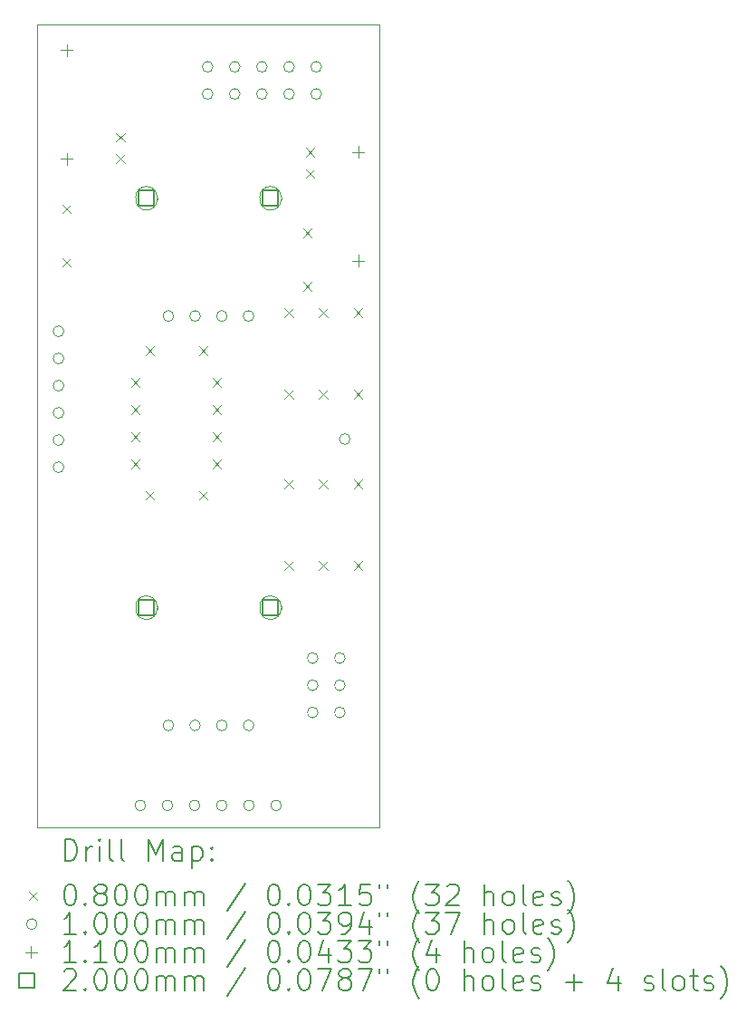
<source format=gbr>
%TF.GenerationSoftware,KiCad,Pcbnew,8.0.5*%
%TF.CreationDate,2024-12-03T23:35:57+01:00*%
%TF.ProjectId,DMH_Multiverter_PCB,444d485f-4d75-46c7-9469-766572746572,1*%
%TF.SameCoordinates,Original*%
%TF.FileFunction,Drillmap*%
%TF.FilePolarity,Positive*%
%FSLAX45Y45*%
G04 Gerber Fmt 4.5, Leading zero omitted, Abs format (unit mm)*
G04 Created by KiCad (PCBNEW 8.0.5) date 2024-12-03 23:35:57*
%MOMM*%
%LPD*%
G01*
G04 APERTURE LIST*
%ADD10C,0.050000*%
%ADD11C,0.200000*%
%ADD12C,0.100000*%
%ADD13C,0.110000*%
G04 APERTURE END LIST*
D10*
X6700000Y-4250000D02*
X9900000Y-4250000D01*
X9900000Y-11750000D01*
X6700000Y-11750000D01*
X6700000Y-4250000D01*
D11*
D12*
X6935000Y-5935000D02*
X7015000Y-6015000D01*
X7015000Y-5935000D02*
X6935000Y-6015000D01*
X6935000Y-6435000D02*
X7015000Y-6515000D01*
X7015000Y-6435000D02*
X6935000Y-6515000D01*
X7435000Y-5264489D02*
X7515000Y-5344489D01*
X7515000Y-5264489D02*
X7435000Y-5344489D01*
X7435000Y-5464489D02*
X7515000Y-5544489D01*
X7515000Y-5464489D02*
X7435000Y-5544489D01*
X7578000Y-7555000D02*
X7658000Y-7635000D01*
X7658000Y-7555000D02*
X7578000Y-7635000D01*
X7578000Y-7809000D02*
X7658000Y-7889000D01*
X7658000Y-7809000D02*
X7578000Y-7889000D01*
X7578000Y-8063000D02*
X7658000Y-8143000D01*
X7658000Y-8063000D02*
X7578000Y-8143000D01*
X7578000Y-8317000D02*
X7658000Y-8397000D01*
X7658000Y-8317000D02*
X7578000Y-8397000D01*
X7710000Y-7260000D02*
X7790000Y-7340000D01*
X7790000Y-7260000D02*
X7710000Y-7340000D01*
X7710000Y-8610000D02*
X7790000Y-8690000D01*
X7790000Y-8610000D02*
X7710000Y-8690000D01*
X8210000Y-7260000D02*
X8290000Y-7340000D01*
X8290000Y-7260000D02*
X8210000Y-7340000D01*
X8210000Y-8610000D02*
X8290000Y-8690000D01*
X8290000Y-8610000D02*
X8210000Y-8690000D01*
X8340000Y-7555000D02*
X8420000Y-7635000D01*
X8420000Y-7555000D02*
X8340000Y-7635000D01*
X8340000Y-7809000D02*
X8420000Y-7889000D01*
X8420000Y-7809000D02*
X8340000Y-7889000D01*
X8340000Y-8063000D02*
X8420000Y-8143000D01*
X8420000Y-8063000D02*
X8340000Y-8143000D01*
X8340000Y-8317000D02*
X8420000Y-8397000D01*
X8420000Y-8317000D02*
X8340000Y-8397000D01*
X9010000Y-6904000D02*
X9090000Y-6984000D01*
X9090000Y-6904000D02*
X9010000Y-6984000D01*
X9010000Y-7666000D02*
X9090000Y-7746000D01*
X9090000Y-7666000D02*
X9010000Y-7746000D01*
X9010000Y-8504000D02*
X9090000Y-8584000D01*
X9090000Y-8504000D02*
X9010000Y-8584000D01*
X9010000Y-9266000D02*
X9090000Y-9346000D01*
X9090000Y-9266000D02*
X9010000Y-9346000D01*
X9185000Y-6160000D02*
X9265000Y-6240000D01*
X9265000Y-6160000D02*
X9185000Y-6240000D01*
X9185000Y-6660000D02*
X9265000Y-6740000D01*
X9265000Y-6660000D02*
X9185000Y-6740000D01*
X9210000Y-5405511D02*
X9290000Y-5485511D01*
X9290000Y-5405511D02*
X9210000Y-5485511D01*
X9210000Y-5605511D02*
X9290000Y-5685511D01*
X9290000Y-5605511D02*
X9210000Y-5685511D01*
X9335000Y-6904000D02*
X9415000Y-6984000D01*
X9415000Y-6904000D02*
X9335000Y-6984000D01*
X9335000Y-7666000D02*
X9415000Y-7746000D01*
X9415000Y-7666000D02*
X9335000Y-7746000D01*
X9335000Y-8504000D02*
X9415000Y-8584000D01*
X9415000Y-8504000D02*
X9335000Y-8584000D01*
X9335000Y-9266000D02*
X9415000Y-9346000D01*
X9415000Y-9266000D02*
X9335000Y-9346000D01*
X9660000Y-6904000D02*
X9740000Y-6984000D01*
X9740000Y-6904000D02*
X9660000Y-6984000D01*
X9660000Y-7666000D02*
X9740000Y-7746000D01*
X9740000Y-7666000D02*
X9660000Y-7746000D01*
X9660000Y-8504000D02*
X9740000Y-8584000D01*
X9740000Y-8504000D02*
X9660000Y-8584000D01*
X9660000Y-9266000D02*
X9740000Y-9346000D01*
X9740000Y-9266000D02*
X9660000Y-9346000D01*
X6947500Y-7117500D02*
G75*
G02*
X6847500Y-7117500I-50000J0D01*
G01*
X6847500Y-7117500D02*
G75*
G02*
X6947500Y-7117500I50000J0D01*
G01*
X6947500Y-7371500D02*
G75*
G02*
X6847500Y-7371500I-50000J0D01*
G01*
X6847500Y-7371500D02*
G75*
G02*
X6947500Y-7371500I50000J0D01*
G01*
X6947500Y-7625500D02*
G75*
G02*
X6847500Y-7625500I-50000J0D01*
G01*
X6847500Y-7625500D02*
G75*
G02*
X6947500Y-7625500I50000J0D01*
G01*
X6947500Y-7879500D02*
G75*
G02*
X6847500Y-7879500I-50000J0D01*
G01*
X6847500Y-7879500D02*
G75*
G02*
X6947500Y-7879500I50000J0D01*
G01*
X6947500Y-8133500D02*
G75*
G02*
X6847500Y-8133500I-50000J0D01*
G01*
X6847500Y-8133500D02*
G75*
G02*
X6947500Y-8133500I50000J0D01*
G01*
X6947500Y-8387500D02*
G75*
G02*
X6847500Y-8387500I-50000J0D01*
G01*
X6847500Y-8387500D02*
G75*
G02*
X6947500Y-8387500I50000J0D01*
G01*
X7712500Y-11547500D02*
G75*
G02*
X7612500Y-11547500I-50000J0D01*
G01*
X7612500Y-11547500D02*
G75*
G02*
X7712500Y-11547500I50000J0D01*
G01*
X7966500Y-11547500D02*
G75*
G02*
X7866500Y-11547500I-50000J0D01*
G01*
X7866500Y-11547500D02*
G75*
G02*
X7966500Y-11547500I50000J0D01*
G01*
X7975000Y-6975000D02*
G75*
G02*
X7875000Y-6975000I-50000J0D01*
G01*
X7875000Y-6975000D02*
G75*
G02*
X7975000Y-6975000I50000J0D01*
G01*
X7975000Y-10800000D02*
G75*
G02*
X7875000Y-10800000I-50000J0D01*
G01*
X7875000Y-10800000D02*
G75*
G02*
X7975000Y-10800000I50000J0D01*
G01*
X8220500Y-11547500D02*
G75*
G02*
X8120500Y-11547500I-50000J0D01*
G01*
X8120500Y-11547500D02*
G75*
G02*
X8220500Y-11547500I50000J0D01*
G01*
X8225000Y-6975000D02*
G75*
G02*
X8125000Y-6975000I-50000J0D01*
G01*
X8125000Y-6975000D02*
G75*
G02*
X8225000Y-6975000I50000J0D01*
G01*
X8225000Y-10800000D02*
G75*
G02*
X8125000Y-10800000I-50000J0D01*
G01*
X8125000Y-10800000D02*
G75*
G02*
X8225000Y-10800000I50000J0D01*
G01*
X8342000Y-4646250D02*
G75*
G02*
X8242000Y-4646250I-50000J0D01*
G01*
X8242000Y-4646250D02*
G75*
G02*
X8342000Y-4646250I50000J0D01*
G01*
X8342000Y-4900250D02*
G75*
G02*
X8242000Y-4900250I-50000J0D01*
G01*
X8242000Y-4900250D02*
G75*
G02*
X8342000Y-4900250I50000J0D01*
G01*
X8474500Y-11547500D02*
G75*
G02*
X8374500Y-11547500I-50000J0D01*
G01*
X8374500Y-11547500D02*
G75*
G02*
X8474500Y-11547500I50000J0D01*
G01*
X8475000Y-6975000D02*
G75*
G02*
X8375000Y-6975000I-50000J0D01*
G01*
X8375000Y-6975000D02*
G75*
G02*
X8475000Y-6975000I50000J0D01*
G01*
X8475000Y-10800000D02*
G75*
G02*
X8375000Y-10800000I-50000J0D01*
G01*
X8375000Y-10800000D02*
G75*
G02*
X8475000Y-10800000I50000J0D01*
G01*
X8596000Y-4646250D02*
G75*
G02*
X8496000Y-4646250I-50000J0D01*
G01*
X8496000Y-4646250D02*
G75*
G02*
X8596000Y-4646250I50000J0D01*
G01*
X8596000Y-4900250D02*
G75*
G02*
X8496000Y-4900250I-50000J0D01*
G01*
X8496000Y-4900250D02*
G75*
G02*
X8596000Y-4900250I50000J0D01*
G01*
X8725000Y-6975000D02*
G75*
G02*
X8625000Y-6975000I-50000J0D01*
G01*
X8625000Y-6975000D02*
G75*
G02*
X8725000Y-6975000I50000J0D01*
G01*
X8725000Y-10800000D02*
G75*
G02*
X8625000Y-10800000I-50000J0D01*
G01*
X8625000Y-10800000D02*
G75*
G02*
X8725000Y-10800000I50000J0D01*
G01*
X8728500Y-11547500D02*
G75*
G02*
X8628500Y-11547500I-50000J0D01*
G01*
X8628500Y-11547500D02*
G75*
G02*
X8728500Y-11547500I50000J0D01*
G01*
X8850000Y-4646250D02*
G75*
G02*
X8750000Y-4646250I-50000J0D01*
G01*
X8750000Y-4646250D02*
G75*
G02*
X8850000Y-4646250I50000J0D01*
G01*
X8850000Y-4900250D02*
G75*
G02*
X8750000Y-4900250I-50000J0D01*
G01*
X8750000Y-4900250D02*
G75*
G02*
X8850000Y-4900250I50000J0D01*
G01*
X8982500Y-11547500D02*
G75*
G02*
X8882500Y-11547500I-50000J0D01*
G01*
X8882500Y-11547500D02*
G75*
G02*
X8982500Y-11547500I50000J0D01*
G01*
X9104000Y-4646250D02*
G75*
G02*
X9004000Y-4646250I-50000J0D01*
G01*
X9004000Y-4646250D02*
G75*
G02*
X9104000Y-4646250I50000J0D01*
G01*
X9104000Y-4900250D02*
G75*
G02*
X9004000Y-4900250I-50000J0D01*
G01*
X9004000Y-4900250D02*
G75*
G02*
X9104000Y-4900250I50000J0D01*
G01*
X9324750Y-10171000D02*
G75*
G02*
X9224750Y-10171000I-50000J0D01*
G01*
X9224750Y-10171000D02*
G75*
G02*
X9324750Y-10171000I50000J0D01*
G01*
X9324750Y-10425000D02*
G75*
G02*
X9224750Y-10425000I-50000J0D01*
G01*
X9224750Y-10425000D02*
G75*
G02*
X9324750Y-10425000I50000J0D01*
G01*
X9324750Y-10679000D02*
G75*
G02*
X9224750Y-10679000I-50000J0D01*
G01*
X9224750Y-10679000D02*
G75*
G02*
X9324750Y-10679000I50000J0D01*
G01*
X9358000Y-4646250D02*
G75*
G02*
X9258000Y-4646250I-50000J0D01*
G01*
X9258000Y-4646250D02*
G75*
G02*
X9358000Y-4646250I50000J0D01*
G01*
X9358000Y-4900250D02*
G75*
G02*
X9258000Y-4900250I-50000J0D01*
G01*
X9258000Y-4900250D02*
G75*
G02*
X9358000Y-4900250I50000J0D01*
G01*
X9578750Y-10171000D02*
G75*
G02*
X9478750Y-10171000I-50000J0D01*
G01*
X9478750Y-10171000D02*
G75*
G02*
X9578750Y-10171000I50000J0D01*
G01*
X9578750Y-10425000D02*
G75*
G02*
X9478750Y-10425000I-50000J0D01*
G01*
X9478750Y-10425000D02*
G75*
G02*
X9578750Y-10425000I50000J0D01*
G01*
X9578750Y-10679000D02*
G75*
G02*
X9478750Y-10679000I-50000J0D01*
G01*
X9478750Y-10679000D02*
G75*
G02*
X9578750Y-10679000I50000J0D01*
G01*
X9625000Y-8125000D02*
G75*
G02*
X9525000Y-8125000I-50000J0D01*
G01*
X9525000Y-8125000D02*
G75*
G02*
X9625000Y-8125000I50000J0D01*
G01*
D13*
X6975000Y-4437000D02*
X6975000Y-4547000D01*
X6920000Y-4492000D02*
X7030000Y-4492000D01*
X6975000Y-5453000D02*
X6975000Y-5563000D01*
X6920000Y-5508000D02*
X7030000Y-5508000D01*
X9700000Y-5387000D02*
X9700000Y-5497000D01*
X9645000Y-5442000D02*
X9755000Y-5442000D01*
X9700000Y-6403000D02*
X9700000Y-6513000D01*
X9645000Y-6458000D02*
X9755000Y-6458000D01*
D11*
X7790711Y-5945711D02*
X7790711Y-5804289D01*
X7649289Y-5804289D01*
X7649289Y-5945711D01*
X7790711Y-5945711D01*
D12*
X7620000Y-5865000D02*
X7620000Y-5885000D01*
X7820000Y-5885000D02*
G75*
G02*
X7620000Y-5885000I-100000J0D01*
G01*
X7820000Y-5885000D02*
X7820000Y-5865000D01*
X7820000Y-5865000D02*
G75*
G03*
X7620000Y-5865000I-100000J0D01*
G01*
D11*
X7790711Y-9770711D02*
X7790711Y-9629289D01*
X7649289Y-9629289D01*
X7649289Y-9770711D01*
X7790711Y-9770711D01*
D12*
X7620000Y-9690000D02*
X7620000Y-9710000D01*
X7820000Y-9710000D02*
G75*
G02*
X7620000Y-9710000I-100000J0D01*
G01*
X7820000Y-9710000D02*
X7820000Y-9690000D01*
X7820000Y-9690000D02*
G75*
G03*
X7620000Y-9690000I-100000J0D01*
G01*
D11*
X8950711Y-5945711D02*
X8950711Y-5804289D01*
X8809289Y-5804289D01*
X8809289Y-5945711D01*
X8950711Y-5945711D01*
D12*
X8780000Y-5865000D02*
X8780000Y-5885000D01*
X8980000Y-5885000D02*
G75*
G02*
X8780000Y-5885000I-100000J0D01*
G01*
X8980000Y-5885000D02*
X8980000Y-5865000D01*
X8980000Y-5865000D02*
G75*
G03*
X8780000Y-5865000I-100000J0D01*
G01*
D11*
X8950711Y-9770711D02*
X8950711Y-9629289D01*
X8809289Y-9629289D01*
X8809289Y-9770711D01*
X8950711Y-9770711D01*
D12*
X8780000Y-9690000D02*
X8780000Y-9710000D01*
X8980000Y-9710000D02*
G75*
G02*
X8780000Y-9710000I-100000J0D01*
G01*
X8980000Y-9710000D02*
X8980000Y-9690000D01*
X8980000Y-9690000D02*
G75*
G03*
X8780000Y-9690000I-100000J0D01*
G01*
D11*
X6958277Y-12063984D02*
X6958277Y-11863984D01*
X6958277Y-11863984D02*
X7005896Y-11863984D01*
X7005896Y-11863984D02*
X7034467Y-11873508D01*
X7034467Y-11873508D02*
X7053515Y-11892555D01*
X7053515Y-11892555D02*
X7063039Y-11911603D01*
X7063039Y-11911603D02*
X7072562Y-11949698D01*
X7072562Y-11949698D02*
X7072562Y-11978269D01*
X7072562Y-11978269D02*
X7063039Y-12016365D01*
X7063039Y-12016365D02*
X7053515Y-12035412D01*
X7053515Y-12035412D02*
X7034467Y-12054460D01*
X7034467Y-12054460D02*
X7005896Y-12063984D01*
X7005896Y-12063984D02*
X6958277Y-12063984D01*
X7158277Y-12063984D02*
X7158277Y-11930650D01*
X7158277Y-11968746D02*
X7167801Y-11949698D01*
X7167801Y-11949698D02*
X7177324Y-11940174D01*
X7177324Y-11940174D02*
X7196372Y-11930650D01*
X7196372Y-11930650D02*
X7215420Y-11930650D01*
X7282086Y-12063984D02*
X7282086Y-11930650D01*
X7282086Y-11863984D02*
X7272562Y-11873508D01*
X7272562Y-11873508D02*
X7282086Y-11883031D01*
X7282086Y-11883031D02*
X7291610Y-11873508D01*
X7291610Y-11873508D02*
X7282086Y-11863984D01*
X7282086Y-11863984D02*
X7282086Y-11883031D01*
X7405896Y-12063984D02*
X7386848Y-12054460D01*
X7386848Y-12054460D02*
X7377324Y-12035412D01*
X7377324Y-12035412D02*
X7377324Y-11863984D01*
X7510658Y-12063984D02*
X7491610Y-12054460D01*
X7491610Y-12054460D02*
X7482086Y-12035412D01*
X7482086Y-12035412D02*
X7482086Y-11863984D01*
X7739229Y-12063984D02*
X7739229Y-11863984D01*
X7739229Y-11863984D02*
X7805896Y-12006841D01*
X7805896Y-12006841D02*
X7872562Y-11863984D01*
X7872562Y-11863984D02*
X7872562Y-12063984D01*
X8053515Y-12063984D02*
X8053515Y-11959222D01*
X8053515Y-11959222D02*
X8043991Y-11940174D01*
X8043991Y-11940174D02*
X8024943Y-11930650D01*
X8024943Y-11930650D02*
X7986848Y-11930650D01*
X7986848Y-11930650D02*
X7967801Y-11940174D01*
X8053515Y-12054460D02*
X8034467Y-12063984D01*
X8034467Y-12063984D02*
X7986848Y-12063984D01*
X7986848Y-12063984D02*
X7967801Y-12054460D01*
X7967801Y-12054460D02*
X7958277Y-12035412D01*
X7958277Y-12035412D02*
X7958277Y-12016365D01*
X7958277Y-12016365D02*
X7967801Y-11997317D01*
X7967801Y-11997317D02*
X7986848Y-11987793D01*
X7986848Y-11987793D02*
X8034467Y-11987793D01*
X8034467Y-11987793D02*
X8053515Y-11978269D01*
X8148753Y-11930650D02*
X8148753Y-12130650D01*
X8148753Y-11940174D02*
X8167801Y-11930650D01*
X8167801Y-11930650D02*
X8205896Y-11930650D01*
X8205896Y-11930650D02*
X8224943Y-11940174D01*
X8224943Y-11940174D02*
X8234467Y-11949698D01*
X8234467Y-11949698D02*
X8243991Y-11968746D01*
X8243991Y-11968746D02*
X8243991Y-12025888D01*
X8243991Y-12025888D02*
X8234467Y-12044936D01*
X8234467Y-12044936D02*
X8224943Y-12054460D01*
X8224943Y-12054460D02*
X8205896Y-12063984D01*
X8205896Y-12063984D02*
X8167801Y-12063984D01*
X8167801Y-12063984D02*
X8148753Y-12054460D01*
X8329705Y-12044936D02*
X8339229Y-12054460D01*
X8339229Y-12054460D02*
X8329705Y-12063984D01*
X8329705Y-12063984D02*
X8320182Y-12054460D01*
X8320182Y-12054460D02*
X8329705Y-12044936D01*
X8329705Y-12044936D02*
X8329705Y-12063984D01*
X8329705Y-11940174D02*
X8339229Y-11949698D01*
X8339229Y-11949698D02*
X8329705Y-11959222D01*
X8329705Y-11959222D02*
X8320182Y-11949698D01*
X8320182Y-11949698D02*
X8329705Y-11940174D01*
X8329705Y-11940174D02*
X8329705Y-11959222D01*
D12*
X6617500Y-12352500D02*
X6697500Y-12432500D01*
X6697500Y-12352500D02*
X6617500Y-12432500D01*
D11*
X6996372Y-12283984D02*
X7015420Y-12283984D01*
X7015420Y-12283984D02*
X7034467Y-12293508D01*
X7034467Y-12293508D02*
X7043991Y-12303031D01*
X7043991Y-12303031D02*
X7053515Y-12322079D01*
X7053515Y-12322079D02*
X7063039Y-12360174D01*
X7063039Y-12360174D02*
X7063039Y-12407793D01*
X7063039Y-12407793D02*
X7053515Y-12445888D01*
X7053515Y-12445888D02*
X7043991Y-12464936D01*
X7043991Y-12464936D02*
X7034467Y-12474460D01*
X7034467Y-12474460D02*
X7015420Y-12483984D01*
X7015420Y-12483984D02*
X6996372Y-12483984D01*
X6996372Y-12483984D02*
X6977324Y-12474460D01*
X6977324Y-12474460D02*
X6967801Y-12464936D01*
X6967801Y-12464936D02*
X6958277Y-12445888D01*
X6958277Y-12445888D02*
X6948753Y-12407793D01*
X6948753Y-12407793D02*
X6948753Y-12360174D01*
X6948753Y-12360174D02*
X6958277Y-12322079D01*
X6958277Y-12322079D02*
X6967801Y-12303031D01*
X6967801Y-12303031D02*
X6977324Y-12293508D01*
X6977324Y-12293508D02*
X6996372Y-12283984D01*
X7148753Y-12464936D02*
X7158277Y-12474460D01*
X7158277Y-12474460D02*
X7148753Y-12483984D01*
X7148753Y-12483984D02*
X7139229Y-12474460D01*
X7139229Y-12474460D02*
X7148753Y-12464936D01*
X7148753Y-12464936D02*
X7148753Y-12483984D01*
X7272562Y-12369698D02*
X7253515Y-12360174D01*
X7253515Y-12360174D02*
X7243991Y-12350650D01*
X7243991Y-12350650D02*
X7234467Y-12331603D01*
X7234467Y-12331603D02*
X7234467Y-12322079D01*
X7234467Y-12322079D02*
X7243991Y-12303031D01*
X7243991Y-12303031D02*
X7253515Y-12293508D01*
X7253515Y-12293508D02*
X7272562Y-12283984D01*
X7272562Y-12283984D02*
X7310658Y-12283984D01*
X7310658Y-12283984D02*
X7329705Y-12293508D01*
X7329705Y-12293508D02*
X7339229Y-12303031D01*
X7339229Y-12303031D02*
X7348753Y-12322079D01*
X7348753Y-12322079D02*
X7348753Y-12331603D01*
X7348753Y-12331603D02*
X7339229Y-12350650D01*
X7339229Y-12350650D02*
X7329705Y-12360174D01*
X7329705Y-12360174D02*
X7310658Y-12369698D01*
X7310658Y-12369698D02*
X7272562Y-12369698D01*
X7272562Y-12369698D02*
X7253515Y-12379222D01*
X7253515Y-12379222D02*
X7243991Y-12388746D01*
X7243991Y-12388746D02*
X7234467Y-12407793D01*
X7234467Y-12407793D02*
X7234467Y-12445888D01*
X7234467Y-12445888D02*
X7243991Y-12464936D01*
X7243991Y-12464936D02*
X7253515Y-12474460D01*
X7253515Y-12474460D02*
X7272562Y-12483984D01*
X7272562Y-12483984D02*
X7310658Y-12483984D01*
X7310658Y-12483984D02*
X7329705Y-12474460D01*
X7329705Y-12474460D02*
X7339229Y-12464936D01*
X7339229Y-12464936D02*
X7348753Y-12445888D01*
X7348753Y-12445888D02*
X7348753Y-12407793D01*
X7348753Y-12407793D02*
X7339229Y-12388746D01*
X7339229Y-12388746D02*
X7329705Y-12379222D01*
X7329705Y-12379222D02*
X7310658Y-12369698D01*
X7472562Y-12283984D02*
X7491610Y-12283984D01*
X7491610Y-12283984D02*
X7510658Y-12293508D01*
X7510658Y-12293508D02*
X7520182Y-12303031D01*
X7520182Y-12303031D02*
X7529705Y-12322079D01*
X7529705Y-12322079D02*
X7539229Y-12360174D01*
X7539229Y-12360174D02*
X7539229Y-12407793D01*
X7539229Y-12407793D02*
X7529705Y-12445888D01*
X7529705Y-12445888D02*
X7520182Y-12464936D01*
X7520182Y-12464936D02*
X7510658Y-12474460D01*
X7510658Y-12474460D02*
X7491610Y-12483984D01*
X7491610Y-12483984D02*
X7472562Y-12483984D01*
X7472562Y-12483984D02*
X7453515Y-12474460D01*
X7453515Y-12474460D02*
X7443991Y-12464936D01*
X7443991Y-12464936D02*
X7434467Y-12445888D01*
X7434467Y-12445888D02*
X7424943Y-12407793D01*
X7424943Y-12407793D02*
X7424943Y-12360174D01*
X7424943Y-12360174D02*
X7434467Y-12322079D01*
X7434467Y-12322079D02*
X7443991Y-12303031D01*
X7443991Y-12303031D02*
X7453515Y-12293508D01*
X7453515Y-12293508D02*
X7472562Y-12283984D01*
X7663039Y-12283984D02*
X7682086Y-12283984D01*
X7682086Y-12283984D02*
X7701134Y-12293508D01*
X7701134Y-12293508D02*
X7710658Y-12303031D01*
X7710658Y-12303031D02*
X7720182Y-12322079D01*
X7720182Y-12322079D02*
X7729705Y-12360174D01*
X7729705Y-12360174D02*
X7729705Y-12407793D01*
X7729705Y-12407793D02*
X7720182Y-12445888D01*
X7720182Y-12445888D02*
X7710658Y-12464936D01*
X7710658Y-12464936D02*
X7701134Y-12474460D01*
X7701134Y-12474460D02*
X7682086Y-12483984D01*
X7682086Y-12483984D02*
X7663039Y-12483984D01*
X7663039Y-12483984D02*
X7643991Y-12474460D01*
X7643991Y-12474460D02*
X7634467Y-12464936D01*
X7634467Y-12464936D02*
X7624943Y-12445888D01*
X7624943Y-12445888D02*
X7615420Y-12407793D01*
X7615420Y-12407793D02*
X7615420Y-12360174D01*
X7615420Y-12360174D02*
X7624943Y-12322079D01*
X7624943Y-12322079D02*
X7634467Y-12303031D01*
X7634467Y-12303031D02*
X7643991Y-12293508D01*
X7643991Y-12293508D02*
X7663039Y-12283984D01*
X7815420Y-12483984D02*
X7815420Y-12350650D01*
X7815420Y-12369698D02*
X7824943Y-12360174D01*
X7824943Y-12360174D02*
X7843991Y-12350650D01*
X7843991Y-12350650D02*
X7872563Y-12350650D01*
X7872563Y-12350650D02*
X7891610Y-12360174D01*
X7891610Y-12360174D02*
X7901134Y-12379222D01*
X7901134Y-12379222D02*
X7901134Y-12483984D01*
X7901134Y-12379222D02*
X7910658Y-12360174D01*
X7910658Y-12360174D02*
X7929705Y-12350650D01*
X7929705Y-12350650D02*
X7958277Y-12350650D01*
X7958277Y-12350650D02*
X7977324Y-12360174D01*
X7977324Y-12360174D02*
X7986848Y-12379222D01*
X7986848Y-12379222D02*
X7986848Y-12483984D01*
X8082086Y-12483984D02*
X8082086Y-12350650D01*
X8082086Y-12369698D02*
X8091610Y-12360174D01*
X8091610Y-12360174D02*
X8110658Y-12350650D01*
X8110658Y-12350650D02*
X8139229Y-12350650D01*
X8139229Y-12350650D02*
X8158277Y-12360174D01*
X8158277Y-12360174D02*
X8167801Y-12379222D01*
X8167801Y-12379222D02*
X8167801Y-12483984D01*
X8167801Y-12379222D02*
X8177324Y-12360174D01*
X8177324Y-12360174D02*
X8196372Y-12350650D01*
X8196372Y-12350650D02*
X8224943Y-12350650D01*
X8224943Y-12350650D02*
X8243991Y-12360174D01*
X8243991Y-12360174D02*
X8253515Y-12379222D01*
X8253515Y-12379222D02*
X8253515Y-12483984D01*
X8643991Y-12274460D02*
X8472563Y-12531603D01*
X8901134Y-12283984D02*
X8920182Y-12283984D01*
X8920182Y-12283984D02*
X8939229Y-12293508D01*
X8939229Y-12293508D02*
X8948753Y-12303031D01*
X8948753Y-12303031D02*
X8958277Y-12322079D01*
X8958277Y-12322079D02*
X8967801Y-12360174D01*
X8967801Y-12360174D02*
X8967801Y-12407793D01*
X8967801Y-12407793D02*
X8958277Y-12445888D01*
X8958277Y-12445888D02*
X8948753Y-12464936D01*
X8948753Y-12464936D02*
X8939229Y-12474460D01*
X8939229Y-12474460D02*
X8920182Y-12483984D01*
X8920182Y-12483984D02*
X8901134Y-12483984D01*
X8901134Y-12483984D02*
X8882087Y-12474460D01*
X8882087Y-12474460D02*
X8872563Y-12464936D01*
X8872563Y-12464936D02*
X8863039Y-12445888D01*
X8863039Y-12445888D02*
X8853515Y-12407793D01*
X8853515Y-12407793D02*
X8853515Y-12360174D01*
X8853515Y-12360174D02*
X8863039Y-12322079D01*
X8863039Y-12322079D02*
X8872563Y-12303031D01*
X8872563Y-12303031D02*
X8882087Y-12293508D01*
X8882087Y-12293508D02*
X8901134Y-12283984D01*
X9053515Y-12464936D02*
X9063039Y-12474460D01*
X9063039Y-12474460D02*
X9053515Y-12483984D01*
X9053515Y-12483984D02*
X9043991Y-12474460D01*
X9043991Y-12474460D02*
X9053515Y-12464936D01*
X9053515Y-12464936D02*
X9053515Y-12483984D01*
X9186848Y-12283984D02*
X9205896Y-12283984D01*
X9205896Y-12283984D02*
X9224944Y-12293508D01*
X9224944Y-12293508D02*
X9234468Y-12303031D01*
X9234468Y-12303031D02*
X9243991Y-12322079D01*
X9243991Y-12322079D02*
X9253515Y-12360174D01*
X9253515Y-12360174D02*
X9253515Y-12407793D01*
X9253515Y-12407793D02*
X9243991Y-12445888D01*
X9243991Y-12445888D02*
X9234468Y-12464936D01*
X9234468Y-12464936D02*
X9224944Y-12474460D01*
X9224944Y-12474460D02*
X9205896Y-12483984D01*
X9205896Y-12483984D02*
X9186848Y-12483984D01*
X9186848Y-12483984D02*
X9167801Y-12474460D01*
X9167801Y-12474460D02*
X9158277Y-12464936D01*
X9158277Y-12464936D02*
X9148753Y-12445888D01*
X9148753Y-12445888D02*
X9139229Y-12407793D01*
X9139229Y-12407793D02*
X9139229Y-12360174D01*
X9139229Y-12360174D02*
X9148753Y-12322079D01*
X9148753Y-12322079D02*
X9158277Y-12303031D01*
X9158277Y-12303031D02*
X9167801Y-12293508D01*
X9167801Y-12293508D02*
X9186848Y-12283984D01*
X9320182Y-12283984D02*
X9443991Y-12283984D01*
X9443991Y-12283984D02*
X9377325Y-12360174D01*
X9377325Y-12360174D02*
X9405896Y-12360174D01*
X9405896Y-12360174D02*
X9424944Y-12369698D01*
X9424944Y-12369698D02*
X9434468Y-12379222D01*
X9434468Y-12379222D02*
X9443991Y-12398269D01*
X9443991Y-12398269D02*
X9443991Y-12445888D01*
X9443991Y-12445888D02*
X9434468Y-12464936D01*
X9434468Y-12464936D02*
X9424944Y-12474460D01*
X9424944Y-12474460D02*
X9405896Y-12483984D01*
X9405896Y-12483984D02*
X9348753Y-12483984D01*
X9348753Y-12483984D02*
X9329706Y-12474460D01*
X9329706Y-12474460D02*
X9320182Y-12464936D01*
X9634468Y-12483984D02*
X9520182Y-12483984D01*
X9577325Y-12483984D02*
X9577325Y-12283984D01*
X9577325Y-12283984D02*
X9558277Y-12312555D01*
X9558277Y-12312555D02*
X9539229Y-12331603D01*
X9539229Y-12331603D02*
X9520182Y-12341127D01*
X9815420Y-12283984D02*
X9720182Y-12283984D01*
X9720182Y-12283984D02*
X9710658Y-12379222D01*
X9710658Y-12379222D02*
X9720182Y-12369698D01*
X9720182Y-12369698D02*
X9739229Y-12360174D01*
X9739229Y-12360174D02*
X9786849Y-12360174D01*
X9786849Y-12360174D02*
X9805896Y-12369698D01*
X9805896Y-12369698D02*
X9815420Y-12379222D01*
X9815420Y-12379222D02*
X9824944Y-12398269D01*
X9824944Y-12398269D02*
X9824944Y-12445888D01*
X9824944Y-12445888D02*
X9815420Y-12464936D01*
X9815420Y-12464936D02*
X9805896Y-12474460D01*
X9805896Y-12474460D02*
X9786849Y-12483984D01*
X9786849Y-12483984D02*
X9739229Y-12483984D01*
X9739229Y-12483984D02*
X9720182Y-12474460D01*
X9720182Y-12474460D02*
X9710658Y-12464936D01*
X9901134Y-12283984D02*
X9901134Y-12322079D01*
X9977325Y-12283984D02*
X9977325Y-12322079D01*
X10272563Y-12560174D02*
X10263039Y-12550650D01*
X10263039Y-12550650D02*
X10243991Y-12522079D01*
X10243991Y-12522079D02*
X10234468Y-12503031D01*
X10234468Y-12503031D02*
X10224944Y-12474460D01*
X10224944Y-12474460D02*
X10215420Y-12426841D01*
X10215420Y-12426841D02*
X10215420Y-12388746D01*
X10215420Y-12388746D02*
X10224944Y-12341127D01*
X10224944Y-12341127D02*
X10234468Y-12312555D01*
X10234468Y-12312555D02*
X10243991Y-12293508D01*
X10243991Y-12293508D02*
X10263039Y-12264936D01*
X10263039Y-12264936D02*
X10272563Y-12255412D01*
X10329706Y-12283984D02*
X10453515Y-12283984D01*
X10453515Y-12283984D02*
X10386849Y-12360174D01*
X10386849Y-12360174D02*
X10415420Y-12360174D01*
X10415420Y-12360174D02*
X10434468Y-12369698D01*
X10434468Y-12369698D02*
X10443991Y-12379222D01*
X10443991Y-12379222D02*
X10453515Y-12398269D01*
X10453515Y-12398269D02*
X10453515Y-12445888D01*
X10453515Y-12445888D02*
X10443991Y-12464936D01*
X10443991Y-12464936D02*
X10434468Y-12474460D01*
X10434468Y-12474460D02*
X10415420Y-12483984D01*
X10415420Y-12483984D02*
X10358277Y-12483984D01*
X10358277Y-12483984D02*
X10339230Y-12474460D01*
X10339230Y-12474460D02*
X10329706Y-12464936D01*
X10529706Y-12303031D02*
X10539230Y-12293508D01*
X10539230Y-12293508D02*
X10558277Y-12283984D01*
X10558277Y-12283984D02*
X10605896Y-12283984D01*
X10605896Y-12283984D02*
X10624944Y-12293508D01*
X10624944Y-12293508D02*
X10634468Y-12303031D01*
X10634468Y-12303031D02*
X10643991Y-12322079D01*
X10643991Y-12322079D02*
X10643991Y-12341127D01*
X10643991Y-12341127D02*
X10634468Y-12369698D01*
X10634468Y-12369698D02*
X10520182Y-12483984D01*
X10520182Y-12483984D02*
X10643991Y-12483984D01*
X10882087Y-12483984D02*
X10882087Y-12283984D01*
X10967801Y-12483984D02*
X10967801Y-12379222D01*
X10967801Y-12379222D02*
X10958277Y-12360174D01*
X10958277Y-12360174D02*
X10939230Y-12350650D01*
X10939230Y-12350650D02*
X10910658Y-12350650D01*
X10910658Y-12350650D02*
X10891611Y-12360174D01*
X10891611Y-12360174D02*
X10882087Y-12369698D01*
X11091611Y-12483984D02*
X11072563Y-12474460D01*
X11072563Y-12474460D02*
X11063039Y-12464936D01*
X11063039Y-12464936D02*
X11053515Y-12445888D01*
X11053515Y-12445888D02*
X11053515Y-12388746D01*
X11053515Y-12388746D02*
X11063039Y-12369698D01*
X11063039Y-12369698D02*
X11072563Y-12360174D01*
X11072563Y-12360174D02*
X11091611Y-12350650D01*
X11091611Y-12350650D02*
X11120182Y-12350650D01*
X11120182Y-12350650D02*
X11139230Y-12360174D01*
X11139230Y-12360174D02*
X11148753Y-12369698D01*
X11148753Y-12369698D02*
X11158277Y-12388746D01*
X11158277Y-12388746D02*
X11158277Y-12445888D01*
X11158277Y-12445888D02*
X11148753Y-12464936D01*
X11148753Y-12464936D02*
X11139230Y-12474460D01*
X11139230Y-12474460D02*
X11120182Y-12483984D01*
X11120182Y-12483984D02*
X11091611Y-12483984D01*
X11272563Y-12483984D02*
X11253515Y-12474460D01*
X11253515Y-12474460D02*
X11243991Y-12455412D01*
X11243991Y-12455412D02*
X11243991Y-12283984D01*
X11424944Y-12474460D02*
X11405896Y-12483984D01*
X11405896Y-12483984D02*
X11367801Y-12483984D01*
X11367801Y-12483984D02*
X11348753Y-12474460D01*
X11348753Y-12474460D02*
X11339230Y-12455412D01*
X11339230Y-12455412D02*
X11339230Y-12379222D01*
X11339230Y-12379222D02*
X11348753Y-12360174D01*
X11348753Y-12360174D02*
X11367801Y-12350650D01*
X11367801Y-12350650D02*
X11405896Y-12350650D01*
X11405896Y-12350650D02*
X11424944Y-12360174D01*
X11424944Y-12360174D02*
X11434468Y-12379222D01*
X11434468Y-12379222D02*
X11434468Y-12398269D01*
X11434468Y-12398269D02*
X11339230Y-12417317D01*
X11510658Y-12474460D02*
X11529706Y-12483984D01*
X11529706Y-12483984D02*
X11567801Y-12483984D01*
X11567801Y-12483984D02*
X11586849Y-12474460D01*
X11586849Y-12474460D02*
X11596372Y-12455412D01*
X11596372Y-12455412D02*
X11596372Y-12445888D01*
X11596372Y-12445888D02*
X11586849Y-12426841D01*
X11586849Y-12426841D02*
X11567801Y-12417317D01*
X11567801Y-12417317D02*
X11539230Y-12417317D01*
X11539230Y-12417317D02*
X11520182Y-12407793D01*
X11520182Y-12407793D02*
X11510658Y-12388746D01*
X11510658Y-12388746D02*
X11510658Y-12379222D01*
X11510658Y-12379222D02*
X11520182Y-12360174D01*
X11520182Y-12360174D02*
X11539230Y-12350650D01*
X11539230Y-12350650D02*
X11567801Y-12350650D01*
X11567801Y-12350650D02*
X11586849Y-12360174D01*
X11663039Y-12560174D02*
X11672563Y-12550650D01*
X11672563Y-12550650D02*
X11691611Y-12522079D01*
X11691611Y-12522079D02*
X11701134Y-12503031D01*
X11701134Y-12503031D02*
X11710658Y-12474460D01*
X11710658Y-12474460D02*
X11720182Y-12426841D01*
X11720182Y-12426841D02*
X11720182Y-12388746D01*
X11720182Y-12388746D02*
X11710658Y-12341127D01*
X11710658Y-12341127D02*
X11701134Y-12312555D01*
X11701134Y-12312555D02*
X11691611Y-12293508D01*
X11691611Y-12293508D02*
X11672563Y-12264936D01*
X11672563Y-12264936D02*
X11663039Y-12255412D01*
D12*
X6697500Y-12656500D02*
G75*
G02*
X6597500Y-12656500I-50000J0D01*
G01*
X6597500Y-12656500D02*
G75*
G02*
X6697500Y-12656500I50000J0D01*
G01*
D11*
X7063039Y-12747984D02*
X6948753Y-12747984D01*
X7005896Y-12747984D02*
X7005896Y-12547984D01*
X7005896Y-12547984D02*
X6986848Y-12576555D01*
X6986848Y-12576555D02*
X6967801Y-12595603D01*
X6967801Y-12595603D02*
X6948753Y-12605127D01*
X7148753Y-12728936D02*
X7158277Y-12738460D01*
X7158277Y-12738460D02*
X7148753Y-12747984D01*
X7148753Y-12747984D02*
X7139229Y-12738460D01*
X7139229Y-12738460D02*
X7148753Y-12728936D01*
X7148753Y-12728936D02*
X7148753Y-12747984D01*
X7282086Y-12547984D02*
X7301134Y-12547984D01*
X7301134Y-12547984D02*
X7320182Y-12557508D01*
X7320182Y-12557508D02*
X7329705Y-12567031D01*
X7329705Y-12567031D02*
X7339229Y-12586079D01*
X7339229Y-12586079D02*
X7348753Y-12624174D01*
X7348753Y-12624174D02*
X7348753Y-12671793D01*
X7348753Y-12671793D02*
X7339229Y-12709888D01*
X7339229Y-12709888D02*
X7329705Y-12728936D01*
X7329705Y-12728936D02*
X7320182Y-12738460D01*
X7320182Y-12738460D02*
X7301134Y-12747984D01*
X7301134Y-12747984D02*
X7282086Y-12747984D01*
X7282086Y-12747984D02*
X7263039Y-12738460D01*
X7263039Y-12738460D02*
X7253515Y-12728936D01*
X7253515Y-12728936D02*
X7243991Y-12709888D01*
X7243991Y-12709888D02*
X7234467Y-12671793D01*
X7234467Y-12671793D02*
X7234467Y-12624174D01*
X7234467Y-12624174D02*
X7243991Y-12586079D01*
X7243991Y-12586079D02*
X7253515Y-12567031D01*
X7253515Y-12567031D02*
X7263039Y-12557508D01*
X7263039Y-12557508D02*
X7282086Y-12547984D01*
X7472562Y-12547984D02*
X7491610Y-12547984D01*
X7491610Y-12547984D02*
X7510658Y-12557508D01*
X7510658Y-12557508D02*
X7520182Y-12567031D01*
X7520182Y-12567031D02*
X7529705Y-12586079D01*
X7529705Y-12586079D02*
X7539229Y-12624174D01*
X7539229Y-12624174D02*
X7539229Y-12671793D01*
X7539229Y-12671793D02*
X7529705Y-12709888D01*
X7529705Y-12709888D02*
X7520182Y-12728936D01*
X7520182Y-12728936D02*
X7510658Y-12738460D01*
X7510658Y-12738460D02*
X7491610Y-12747984D01*
X7491610Y-12747984D02*
X7472562Y-12747984D01*
X7472562Y-12747984D02*
X7453515Y-12738460D01*
X7453515Y-12738460D02*
X7443991Y-12728936D01*
X7443991Y-12728936D02*
X7434467Y-12709888D01*
X7434467Y-12709888D02*
X7424943Y-12671793D01*
X7424943Y-12671793D02*
X7424943Y-12624174D01*
X7424943Y-12624174D02*
X7434467Y-12586079D01*
X7434467Y-12586079D02*
X7443991Y-12567031D01*
X7443991Y-12567031D02*
X7453515Y-12557508D01*
X7453515Y-12557508D02*
X7472562Y-12547984D01*
X7663039Y-12547984D02*
X7682086Y-12547984D01*
X7682086Y-12547984D02*
X7701134Y-12557508D01*
X7701134Y-12557508D02*
X7710658Y-12567031D01*
X7710658Y-12567031D02*
X7720182Y-12586079D01*
X7720182Y-12586079D02*
X7729705Y-12624174D01*
X7729705Y-12624174D02*
X7729705Y-12671793D01*
X7729705Y-12671793D02*
X7720182Y-12709888D01*
X7720182Y-12709888D02*
X7710658Y-12728936D01*
X7710658Y-12728936D02*
X7701134Y-12738460D01*
X7701134Y-12738460D02*
X7682086Y-12747984D01*
X7682086Y-12747984D02*
X7663039Y-12747984D01*
X7663039Y-12747984D02*
X7643991Y-12738460D01*
X7643991Y-12738460D02*
X7634467Y-12728936D01*
X7634467Y-12728936D02*
X7624943Y-12709888D01*
X7624943Y-12709888D02*
X7615420Y-12671793D01*
X7615420Y-12671793D02*
X7615420Y-12624174D01*
X7615420Y-12624174D02*
X7624943Y-12586079D01*
X7624943Y-12586079D02*
X7634467Y-12567031D01*
X7634467Y-12567031D02*
X7643991Y-12557508D01*
X7643991Y-12557508D02*
X7663039Y-12547984D01*
X7815420Y-12747984D02*
X7815420Y-12614650D01*
X7815420Y-12633698D02*
X7824943Y-12624174D01*
X7824943Y-12624174D02*
X7843991Y-12614650D01*
X7843991Y-12614650D02*
X7872563Y-12614650D01*
X7872563Y-12614650D02*
X7891610Y-12624174D01*
X7891610Y-12624174D02*
X7901134Y-12643222D01*
X7901134Y-12643222D02*
X7901134Y-12747984D01*
X7901134Y-12643222D02*
X7910658Y-12624174D01*
X7910658Y-12624174D02*
X7929705Y-12614650D01*
X7929705Y-12614650D02*
X7958277Y-12614650D01*
X7958277Y-12614650D02*
X7977324Y-12624174D01*
X7977324Y-12624174D02*
X7986848Y-12643222D01*
X7986848Y-12643222D02*
X7986848Y-12747984D01*
X8082086Y-12747984D02*
X8082086Y-12614650D01*
X8082086Y-12633698D02*
X8091610Y-12624174D01*
X8091610Y-12624174D02*
X8110658Y-12614650D01*
X8110658Y-12614650D02*
X8139229Y-12614650D01*
X8139229Y-12614650D02*
X8158277Y-12624174D01*
X8158277Y-12624174D02*
X8167801Y-12643222D01*
X8167801Y-12643222D02*
X8167801Y-12747984D01*
X8167801Y-12643222D02*
X8177324Y-12624174D01*
X8177324Y-12624174D02*
X8196372Y-12614650D01*
X8196372Y-12614650D02*
X8224943Y-12614650D01*
X8224943Y-12614650D02*
X8243991Y-12624174D01*
X8243991Y-12624174D02*
X8253515Y-12643222D01*
X8253515Y-12643222D02*
X8253515Y-12747984D01*
X8643991Y-12538460D02*
X8472563Y-12795603D01*
X8901134Y-12547984D02*
X8920182Y-12547984D01*
X8920182Y-12547984D02*
X8939229Y-12557508D01*
X8939229Y-12557508D02*
X8948753Y-12567031D01*
X8948753Y-12567031D02*
X8958277Y-12586079D01*
X8958277Y-12586079D02*
X8967801Y-12624174D01*
X8967801Y-12624174D02*
X8967801Y-12671793D01*
X8967801Y-12671793D02*
X8958277Y-12709888D01*
X8958277Y-12709888D02*
X8948753Y-12728936D01*
X8948753Y-12728936D02*
X8939229Y-12738460D01*
X8939229Y-12738460D02*
X8920182Y-12747984D01*
X8920182Y-12747984D02*
X8901134Y-12747984D01*
X8901134Y-12747984D02*
X8882087Y-12738460D01*
X8882087Y-12738460D02*
X8872563Y-12728936D01*
X8872563Y-12728936D02*
X8863039Y-12709888D01*
X8863039Y-12709888D02*
X8853515Y-12671793D01*
X8853515Y-12671793D02*
X8853515Y-12624174D01*
X8853515Y-12624174D02*
X8863039Y-12586079D01*
X8863039Y-12586079D02*
X8872563Y-12567031D01*
X8872563Y-12567031D02*
X8882087Y-12557508D01*
X8882087Y-12557508D02*
X8901134Y-12547984D01*
X9053515Y-12728936D02*
X9063039Y-12738460D01*
X9063039Y-12738460D02*
X9053515Y-12747984D01*
X9053515Y-12747984D02*
X9043991Y-12738460D01*
X9043991Y-12738460D02*
X9053515Y-12728936D01*
X9053515Y-12728936D02*
X9053515Y-12747984D01*
X9186848Y-12547984D02*
X9205896Y-12547984D01*
X9205896Y-12547984D02*
X9224944Y-12557508D01*
X9224944Y-12557508D02*
X9234468Y-12567031D01*
X9234468Y-12567031D02*
X9243991Y-12586079D01*
X9243991Y-12586079D02*
X9253515Y-12624174D01*
X9253515Y-12624174D02*
X9253515Y-12671793D01*
X9253515Y-12671793D02*
X9243991Y-12709888D01*
X9243991Y-12709888D02*
X9234468Y-12728936D01*
X9234468Y-12728936D02*
X9224944Y-12738460D01*
X9224944Y-12738460D02*
X9205896Y-12747984D01*
X9205896Y-12747984D02*
X9186848Y-12747984D01*
X9186848Y-12747984D02*
X9167801Y-12738460D01*
X9167801Y-12738460D02*
X9158277Y-12728936D01*
X9158277Y-12728936D02*
X9148753Y-12709888D01*
X9148753Y-12709888D02*
X9139229Y-12671793D01*
X9139229Y-12671793D02*
X9139229Y-12624174D01*
X9139229Y-12624174D02*
X9148753Y-12586079D01*
X9148753Y-12586079D02*
X9158277Y-12567031D01*
X9158277Y-12567031D02*
X9167801Y-12557508D01*
X9167801Y-12557508D02*
X9186848Y-12547984D01*
X9320182Y-12547984D02*
X9443991Y-12547984D01*
X9443991Y-12547984D02*
X9377325Y-12624174D01*
X9377325Y-12624174D02*
X9405896Y-12624174D01*
X9405896Y-12624174D02*
X9424944Y-12633698D01*
X9424944Y-12633698D02*
X9434468Y-12643222D01*
X9434468Y-12643222D02*
X9443991Y-12662269D01*
X9443991Y-12662269D02*
X9443991Y-12709888D01*
X9443991Y-12709888D02*
X9434468Y-12728936D01*
X9434468Y-12728936D02*
X9424944Y-12738460D01*
X9424944Y-12738460D02*
X9405896Y-12747984D01*
X9405896Y-12747984D02*
X9348753Y-12747984D01*
X9348753Y-12747984D02*
X9329706Y-12738460D01*
X9329706Y-12738460D02*
X9320182Y-12728936D01*
X9539229Y-12747984D02*
X9577325Y-12747984D01*
X9577325Y-12747984D02*
X9596372Y-12738460D01*
X9596372Y-12738460D02*
X9605896Y-12728936D01*
X9605896Y-12728936D02*
X9624944Y-12700365D01*
X9624944Y-12700365D02*
X9634468Y-12662269D01*
X9634468Y-12662269D02*
X9634468Y-12586079D01*
X9634468Y-12586079D02*
X9624944Y-12567031D01*
X9624944Y-12567031D02*
X9615420Y-12557508D01*
X9615420Y-12557508D02*
X9596372Y-12547984D01*
X9596372Y-12547984D02*
X9558277Y-12547984D01*
X9558277Y-12547984D02*
X9539229Y-12557508D01*
X9539229Y-12557508D02*
X9529706Y-12567031D01*
X9529706Y-12567031D02*
X9520182Y-12586079D01*
X9520182Y-12586079D02*
X9520182Y-12633698D01*
X9520182Y-12633698D02*
X9529706Y-12652746D01*
X9529706Y-12652746D02*
X9539229Y-12662269D01*
X9539229Y-12662269D02*
X9558277Y-12671793D01*
X9558277Y-12671793D02*
X9596372Y-12671793D01*
X9596372Y-12671793D02*
X9615420Y-12662269D01*
X9615420Y-12662269D02*
X9624944Y-12652746D01*
X9624944Y-12652746D02*
X9634468Y-12633698D01*
X9805896Y-12614650D02*
X9805896Y-12747984D01*
X9758277Y-12538460D02*
X9710658Y-12681317D01*
X9710658Y-12681317D02*
X9834468Y-12681317D01*
X9901134Y-12547984D02*
X9901134Y-12586079D01*
X9977325Y-12547984D02*
X9977325Y-12586079D01*
X10272563Y-12824174D02*
X10263039Y-12814650D01*
X10263039Y-12814650D02*
X10243991Y-12786079D01*
X10243991Y-12786079D02*
X10234468Y-12767031D01*
X10234468Y-12767031D02*
X10224944Y-12738460D01*
X10224944Y-12738460D02*
X10215420Y-12690841D01*
X10215420Y-12690841D02*
X10215420Y-12652746D01*
X10215420Y-12652746D02*
X10224944Y-12605127D01*
X10224944Y-12605127D02*
X10234468Y-12576555D01*
X10234468Y-12576555D02*
X10243991Y-12557508D01*
X10243991Y-12557508D02*
X10263039Y-12528936D01*
X10263039Y-12528936D02*
X10272563Y-12519412D01*
X10329706Y-12547984D02*
X10453515Y-12547984D01*
X10453515Y-12547984D02*
X10386849Y-12624174D01*
X10386849Y-12624174D02*
X10415420Y-12624174D01*
X10415420Y-12624174D02*
X10434468Y-12633698D01*
X10434468Y-12633698D02*
X10443991Y-12643222D01*
X10443991Y-12643222D02*
X10453515Y-12662269D01*
X10453515Y-12662269D02*
X10453515Y-12709888D01*
X10453515Y-12709888D02*
X10443991Y-12728936D01*
X10443991Y-12728936D02*
X10434468Y-12738460D01*
X10434468Y-12738460D02*
X10415420Y-12747984D01*
X10415420Y-12747984D02*
X10358277Y-12747984D01*
X10358277Y-12747984D02*
X10339230Y-12738460D01*
X10339230Y-12738460D02*
X10329706Y-12728936D01*
X10520182Y-12547984D02*
X10653515Y-12547984D01*
X10653515Y-12547984D02*
X10567801Y-12747984D01*
X10882087Y-12747984D02*
X10882087Y-12547984D01*
X10967801Y-12747984D02*
X10967801Y-12643222D01*
X10967801Y-12643222D02*
X10958277Y-12624174D01*
X10958277Y-12624174D02*
X10939230Y-12614650D01*
X10939230Y-12614650D02*
X10910658Y-12614650D01*
X10910658Y-12614650D02*
X10891611Y-12624174D01*
X10891611Y-12624174D02*
X10882087Y-12633698D01*
X11091611Y-12747984D02*
X11072563Y-12738460D01*
X11072563Y-12738460D02*
X11063039Y-12728936D01*
X11063039Y-12728936D02*
X11053515Y-12709888D01*
X11053515Y-12709888D02*
X11053515Y-12652746D01*
X11053515Y-12652746D02*
X11063039Y-12633698D01*
X11063039Y-12633698D02*
X11072563Y-12624174D01*
X11072563Y-12624174D02*
X11091611Y-12614650D01*
X11091611Y-12614650D02*
X11120182Y-12614650D01*
X11120182Y-12614650D02*
X11139230Y-12624174D01*
X11139230Y-12624174D02*
X11148753Y-12633698D01*
X11148753Y-12633698D02*
X11158277Y-12652746D01*
X11158277Y-12652746D02*
X11158277Y-12709888D01*
X11158277Y-12709888D02*
X11148753Y-12728936D01*
X11148753Y-12728936D02*
X11139230Y-12738460D01*
X11139230Y-12738460D02*
X11120182Y-12747984D01*
X11120182Y-12747984D02*
X11091611Y-12747984D01*
X11272563Y-12747984D02*
X11253515Y-12738460D01*
X11253515Y-12738460D02*
X11243991Y-12719412D01*
X11243991Y-12719412D02*
X11243991Y-12547984D01*
X11424944Y-12738460D02*
X11405896Y-12747984D01*
X11405896Y-12747984D02*
X11367801Y-12747984D01*
X11367801Y-12747984D02*
X11348753Y-12738460D01*
X11348753Y-12738460D02*
X11339230Y-12719412D01*
X11339230Y-12719412D02*
X11339230Y-12643222D01*
X11339230Y-12643222D02*
X11348753Y-12624174D01*
X11348753Y-12624174D02*
X11367801Y-12614650D01*
X11367801Y-12614650D02*
X11405896Y-12614650D01*
X11405896Y-12614650D02*
X11424944Y-12624174D01*
X11424944Y-12624174D02*
X11434468Y-12643222D01*
X11434468Y-12643222D02*
X11434468Y-12662269D01*
X11434468Y-12662269D02*
X11339230Y-12681317D01*
X11510658Y-12738460D02*
X11529706Y-12747984D01*
X11529706Y-12747984D02*
X11567801Y-12747984D01*
X11567801Y-12747984D02*
X11586849Y-12738460D01*
X11586849Y-12738460D02*
X11596372Y-12719412D01*
X11596372Y-12719412D02*
X11596372Y-12709888D01*
X11596372Y-12709888D02*
X11586849Y-12690841D01*
X11586849Y-12690841D02*
X11567801Y-12681317D01*
X11567801Y-12681317D02*
X11539230Y-12681317D01*
X11539230Y-12681317D02*
X11520182Y-12671793D01*
X11520182Y-12671793D02*
X11510658Y-12652746D01*
X11510658Y-12652746D02*
X11510658Y-12643222D01*
X11510658Y-12643222D02*
X11520182Y-12624174D01*
X11520182Y-12624174D02*
X11539230Y-12614650D01*
X11539230Y-12614650D02*
X11567801Y-12614650D01*
X11567801Y-12614650D02*
X11586849Y-12624174D01*
X11663039Y-12824174D02*
X11672563Y-12814650D01*
X11672563Y-12814650D02*
X11691611Y-12786079D01*
X11691611Y-12786079D02*
X11701134Y-12767031D01*
X11701134Y-12767031D02*
X11710658Y-12738460D01*
X11710658Y-12738460D02*
X11720182Y-12690841D01*
X11720182Y-12690841D02*
X11720182Y-12652746D01*
X11720182Y-12652746D02*
X11710658Y-12605127D01*
X11710658Y-12605127D02*
X11701134Y-12576555D01*
X11701134Y-12576555D02*
X11691611Y-12557508D01*
X11691611Y-12557508D02*
X11672563Y-12528936D01*
X11672563Y-12528936D02*
X11663039Y-12519412D01*
D13*
X6642500Y-12865500D02*
X6642500Y-12975500D01*
X6587500Y-12920500D02*
X6697500Y-12920500D01*
D11*
X7063039Y-13011984D02*
X6948753Y-13011984D01*
X7005896Y-13011984D02*
X7005896Y-12811984D01*
X7005896Y-12811984D02*
X6986848Y-12840555D01*
X6986848Y-12840555D02*
X6967801Y-12859603D01*
X6967801Y-12859603D02*
X6948753Y-12869127D01*
X7148753Y-12992936D02*
X7158277Y-13002460D01*
X7158277Y-13002460D02*
X7148753Y-13011984D01*
X7148753Y-13011984D02*
X7139229Y-13002460D01*
X7139229Y-13002460D02*
X7148753Y-12992936D01*
X7148753Y-12992936D02*
X7148753Y-13011984D01*
X7348753Y-13011984D02*
X7234467Y-13011984D01*
X7291610Y-13011984D02*
X7291610Y-12811984D01*
X7291610Y-12811984D02*
X7272562Y-12840555D01*
X7272562Y-12840555D02*
X7253515Y-12859603D01*
X7253515Y-12859603D02*
X7234467Y-12869127D01*
X7472562Y-12811984D02*
X7491610Y-12811984D01*
X7491610Y-12811984D02*
X7510658Y-12821508D01*
X7510658Y-12821508D02*
X7520182Y-12831031D01*
X7520182Y-12831031D02*
X7529705Y-12850079D01*
X7529705Y-12850079D02*
X7539229Y-12888174D01*
X7539229Y-12888174D02*
X7539229Y-12935793D01*
X7539229Y-12935793D02*
X7529705Y-12973888D01*
X7529705Y-12973888D02*
X7520182Y-12992936D01*
X7520182Y-12992936D02*
X7510658Y-13002460D01*
X7510658Y-13002460D02*
X7491610Y-13011984D01*
X7491610Y-13011984D02*
X7472562Y-13011984D01*
X7472562Y-13011984D02*
X7453515Y-13002460D01*
X7453515Y-13002460D02*
X7443991Y-12992936D01*
X7443991Y-12992936D02*
X7434467Y-12973888D01*
X7434467Y-12973888D02*
X7424943Y-12935793D01*
X7424943Y-12935793D02*
X7424943Y-12888174D01*
X7424943Y-12888174D02*
X7434467Y-12850079D01*
X7434467Y-12850079D02*
X7443991Y-12831031D01*
X7443991Y-12831031D02*
X7453515Y-12821508D01*
X7453515Y-12821508D02*
X7472562Y-12811984D01*
X7663039Y-12811984D02*
X7682086Y-12811984D01*
X7682086Y-12811984D02*
X7701134Y-12821508D01*
X7701134Y-12821508D02*
X7710658Y-12831031D01*
X7710658Y-12831031D02*
X7720182Y-12850079D01*
X7720182Y-12850079D02*
X7729705Y-12888174D01*
X7729705Y-12888174D02*
X7729705Y-12935793D01*
X7729705Y-12935793D02*
X7720182Y-12973888D01*
X7720182Y-12973888D02*
X7710658Y-12992936D01*
X7710658Y-12992936D02*
X7701134Y-13002460D01*
X7701134Y-13002460D02*
X7682086Y-13011984D01*
X7682086Y-13011984D02*
X7663039Y-13011984D01*
X7663039Y-13011984D02*
X7643991Y-13002460D01*
X7643991Y-13002460D02*
X7634467Y-12992936D01*
X7634467Y-12992936D02*
X7624943Y-12973888D01*
X7624943Y-12973888D02*
X7615420Y-12935793D01*
X7615420Y-12935793D02*
X7615420Y-12888174D01*
X7615420Y-12888174D02*
X7624943Y-12850079D01*
X7624943Y-12850079D02*
X7634467Y-12831031D01*
X7634467Y-12831031D02*
X7643991Y-12821508D01*
X7643991Y-12821508D02*
X7663039Y-12811984D01*
X7815420Y-13011984D02*
X7815420Y-12878650D01*
X7815420Y-12897698D02*
X7824943Y-12888174D01*
X7824943Y-12888174D02*
X7843991Y-12878650D01*
X7843991Y-12878650D02*
X7872563Y-12878650D01*
X7872563Y-12878650D02*
X7891610Y-12888174D01*
X7891610Y-12888174D02*
X7901134Y-12907222D01*
X7901134Y-12907222D02*
X7901134Y-13011984D01*
X7901134Y-12907222D02*
X7910658Y-12888174D01*
X7910658Y-12888174D02*
X7929705Y-12878650D01*
X7929705Y-12878650D02*
X7958277Y-12878650D01*
X7958277Y-12878650D02*
X7977324Y-12888174D01*
X7977324Y-12888174D02*
X7986848Y-12907222D01*
X7986848Y-12907222D02*
X7986848Y-13011984D01*
X8082086Y-13011984D02*
X8082086Y-12878650D01*
X8082086Y-12897698D02*
X8091610Y-12888174D01*
X8091610Y-12888174D02*
X8110658Y-12878650D01*
X8110658Y-12878650D02*
X8139229Y-12878650D01*
X8139229Y-12878650D02*
X8158277Y-12888174D01*
X8158277Y-12888174D02*
X8167801Y-12907222D01*
X8167801Y-12907222D02*
X8167801Y-13011984D01*
X8167801Y-12907222D02*
X8177324Y-12888174D01*
X8177324Y-12888174D02*
X8196372Y-12878650D01*
X8196372Y-12878650D02*
X8224943Y-12878650D01*
X8224943Y-12878650D02*
X8243991Y-12888174D01*
X8243991Y-12888174D02*
X8253515Y-12907222D01*
X8253515Y-12907222D02*
X8253515Y-13011984D01*
X8643991Y-12802460D02*
X8472563Y-13059603D01*
X8901134Y-12811984D02*
X8920182Y-12811984D01*
X8920182Y-12811984D02*
X8939229Y-12821508D01*
X8939229Y-12821508D02*
X8948753Y-12831031D01*
X8948753Y-12831031D02*
X8958277Y-12850079D01*
X8958277Y-12850079D02*
X8967801Y-12888174D01*
X8967801Y-12888174D02*
X8967801Y-12935793D01*
X8967801Y-12935793D02*
X8958277Y-12973888D01*
X8958277Y-12973888D02*
X8948753Y-12992936D01*
X8948753Y-12992936D02*
X8939229Y-13002460D01*
X8939229Y-13002460D02*
X8920182Y-13011984D01*
X8920182Y-13011984D02*
X8901134Y-13011984D01*
X8901134Y-13011984D02*
X8882087Y-13002460D01*
X8882087Y-13002460D02*
X8872563Y-12992936D01*
X8872563Y-12992936D02*
X8863039Y-12973888D01*
X8863039Y-12973888D02*
X8853515Y-12935793D01*
X8853515Y-12935793D02*
X8853515Y-12888174D01*
X8853515Y-12888174D02*
X8863039Y-12850079D01*
X8863039Y-12850079D02*
X8872563Y-12831031D01*
X8872563Y-12831031D02*
X8882087Y-12821508D01*
X8882087Y-12821508D02*
X8901134Y-12811984D01*
X9053515Y-12992936D02*
X9063039Y-13002460D01*
X9063039Y-13002460D02*
X9053515Y-13011984D01*
X9053515Y-13011984D02*
X9043991Y-13002460D01*
X9043991Y-13002460D02*
X9053515Y-12992936D01*
X9053515Y-12992936D02*
X9053515Y-13011984D01*
X9186848Y-12811984D02*
X9205896Y-12811984D01*
X9205896Y-12811984D02*
X9224944Y-12821508D01*
X9224944Y-12821508D02*
X9234468Y-12831031D01*
X9234468Y-12831031D02*
X9243991Y-12850079D01*
X9243991Y-12850079D02*
X9253515Y-12888174D01*
X9253515Y-12888174D02*
X9253515Y-12935793D01*
X9253515Y-12935793D02*
X9243991Y-12973888D01*
X9243991Y-12973888D02*
X9234468Y-12992936D01*
X9234468Y-12992936D02*
X9224944Y-13002460D01*
X9224944Y-13002460D02*
X9205896Y-13011984D01*
X9205896Y-13011984D02*
X9186848Y-13011984D01*
X9186848Y-13011984D02*
X9167801Y-13002460D01*
X9167801Y-13002460D02*
X9158277Y-12992936D01*
X9158277Y-12992936D02*
X9148753Y-12973888D01*
X9148753Y-12973888D02*
X9139229Y-12935793D01*
X9139229Y-12935793D02*
X9139229Y-12888174D01*
X9139229Y-12888174D02*
X9148753Y-12850079D01*
X9148753Y-12850079D02*
X9158277Y-12831031D01*
X9158277Y-12831031D02*
X9167801Y-12821508D01*
X9167801Y-12821508D02*
X9186848Y-12811984D01*
X9424944Y-12878650D02*
X9424944Y-13011984D01*
X9377325Y-12802460D02*
X9329706Y-12945317D01*
X9329706Y-12945317D02*
X9453515Y-12945317D01*
X9510658Y-12811984D02*
X9634468Y-12811984D01*
X9634468Y-12811984D02*
X9567801Y-12888174D01*
X9567801Y-12888174D02*
X9596372Y-12888174D01*
X9596372Y-12888174D02*
X9615420Y-12897698D01*
X9615420Y-12897698D02*
X9624944Y-12907222D01*
X9624944Y-12907222D02*
X9634468Y-12926269D01*
X9634468Y-12926269D02*
X9634468Y-12973888D01*
X9634468Y-12973888D02*
X9624944Y-12992936D01*
X9624944Y-12992936D02*
X9615420Y-13002460D01*
X9615420Y-13002460D02*
X9596372Y-13011984D01*
X9596372Y-13011984D02*
X9539229Y-13011984D01*
X9539229Y-13011984D02*
X9520182Y-13002460D01*
X9520182Y-13002460D02*
X9510658Y-12992936D01*
X9701134Y-12811984D02*
X9824944Y-12811984D01*
X9824944Y-12811984D02*
X9758277Y-12888174D01*
X9758277Y-12888174D02*
X9786849Y-12888174D01*
X9786849Y-12888174D02*
X9805896Y-12897698D01*
X9805896Y-12897698D02*
X9815420Y-12907222D01*
X9815420Y-12907222D02*
X9824944Y-12926269D01*
X9824944Y-12926269D02*
X9824944Y-12973888D01*
X9824944Y-12973888D02*
X9815420Y-12992936D01*
X9815420Y-12992936D02*
X9805896Y-13002460D01*
X9805896Y-13002460D02*
X9786849Y-13011984D01*
X9786849Y-13011984D02*
X9729706Y-13011984D01*
X9729706Y-13011984D02*
X9710658Y-13002460D01*
X9710658Y-13002460D02*
X9701134Y-12992936D01*
X9901134Y-12811984D02*
X9901134Y-12850079D01*
X9977325Y-12811984D02*
X9977325Y-12850079D01*
X10272563Y-13088174D02*
X10263039Y-13078650D01*
X10263039Y-13078650D02*
X10243991Y-13050079D01*
X10243991Y-13050079D02*
X10234468Y-13031031D01*
X10234468Y-13031031D02*
X10224944Y-13002460D01*
X10224944Y-13002460D02*
X10215420Y-12954841D01*
X10215420Y-12954841D02*
X10215420Y-12916746D01*
X10215420Y-12916746D02*
X10224944Y-12869127D01*
X10224944Y-12869127D02*
X10234468Y-12840555D01*
X10234468Y-12840555D02*
X10243991Y-12821508D01*
X10243991Y-12821508D02*
X10263039Y-12792936D01*
X10263039Y-12792936D02*
X10272563Y-12783412D01*
X10434468Y-12878650D02*
X10434468Y-13011984D01*
X10386849Y-12802460D02*
X10339230Y-12945317D01*
X10339230Y-12945317D02*
X10463039Y-12945317D01*
X10691611Y-13011984D02*
X10691611Y-12811984D01*
X10777325Y-13011984D02*
X10777325Y-12907222D01*
X10777325Y-12907222D02*
X10767801Y-12888174D01*
X10767801Y-12888174D02*
X10748753Y-12878650D01*
X10748753Y-12878650D02*
X10720182Y-12878650D01*
X10720182Y-12878650D02*
X10701134Y-12888174D01*
X10701134Y-12888174D02*
X10691611Y-12897698D01*
X10901134Y-13011984D02*
X10882087Y-13002460D01*
X10882087Y-13002460D02*
X10872563Y-12992936D01*
X10872563Y-12992936D02*
X10863039Y-12973888D01*
X10863039Y-12973888D02*
X10863039Y-12916746D01*
X10863039Y-12916746D02*
X10872563Y-12897698D01*
X10872563Y-12897698D02*
X10882087Y-12888174D01*
X10882087Y-12888174D02*
X10901134Y-12878650D01*
X10901134Y-12878650D02*
X10929706Y-12878650D01*
X10929706Y-12878650D02*
X10948753Y-12888174D01*
X10948753Y-12888174D02*
X10958277Y-12897698D01*
X10958277Y-12897698D02*
X10967801Y-12916746D01*
X10967801Y-12916746D02*
X10967801Y-12973888D01*
X10967801Y-12973888D02*
X10958277Y-12992936D01*
X10958277Y-12992936D02*
X10948753Y-13002460D01*
X10948753Y-13002460D02*
X10929706Y-13011984D01*
X10929706Y-13011984D02*
X10901134Y-13011984D01*
X11082087Y-13011984D02*
X11063039Y-13002460D01*
X11063039Y-13002460D02*
X11053515Y-12983412D01*
X11053515Y-12983412D02*
X11053515Y-12811984D01*
X11234468Y-13002460D02*
X11215420Y-13011984D01*
X11215420Y-13011984D02*
X11177325Y-13011984D01*
X11177325Y-13011984D02*
X11158277Y-13002460D01*
X11158277Y-13002460D02*
X11148753Y-12983412D01*
X11148753Y-12983412D02*
X11148753Y-12907222D01*
X11148753Y-12907222D02*
X11158277Y-12888174D01*
X11158277Y-12888174D02*
X11177325Y-12878650D01*
X11177325Y-12878650D02*
X11215420Y-12878650D01*
X11215420Y-12878650D02*
X11234468Y-12888174D01*
X11234468Y-12888174D02*
X11243991Y-12907222D01*
X11243991Y-12907222D02*
X11243991Y-12926269D01*
X11243991Y-12926269D02*
X11148753Y-12945317D01*
X11320182Y-13002460D02*
X11339230Y-13011984D01*
X11339230Y-13011984D02*
X11377325Y-13011984D01*
X11377325Y-13011984D02*
X11396372Y-13002460D01*
X11396372Y-13002460D02*
X11405896Y-12983412D01*
X11405896Y-12983412D02*
X11405896Y-12973888D01*
X11405896Y-12973888D02*
X11396372Y-12954841D01*
X11396372Y-12954841D02*
X11377325Y-12945317D01*
X11377325Y-12945317D02*
X11348753Y-12945317D01*
X11348753Y-12945317D02*
X11329706Y-12935793D01*
X11329706Y-12935793D02*
X11320182Y-12916746D01*
X11320182Y-12916746D02*
X11320182Y-12907222D01*
X11320182Y-12907222D02*
X11329706Y-12888174D01*
X11329706Y-12888174D02*
X11348753Y-12878650D01*
X11348753Y-12878650D02*
X11377325Y-12878650D01*
X11377325Y-12878650D02*
X11396372Y-12888174D01*
X11472563Y-13088174D02*
X11482087Y-13078650D01*
X11482087Y-13078650D02*
X11501134Y-13050079D01*
X11501134Y-13050079D02*
X11510658Y-13031031D01*
X11510658Y-13031031D02*
X11520182Y-13002460D01*
X11520182Y-13002460D02*
X11529706Y-12954841D01*
X11529706Y-12954841D02*
X11529706Y-12916746D01*
X11529706Y-12916746D02*
X11520182Y-12869127D01*
X11520182Y-12869127D02*
X11510658Y-12840555D01*
X11510658Y-12840555D02*
X11501134Y-12821508D01*
X11501134Y-12821508D02*
X11482087Y-12792936D01*
X11482087Y-12792936D02*
X11472563Y-12783412D01*
X6668211Y-13255211D02*
X6668211Y-13113789D01*
X6526789Y-13113789D01*
X6526789Y-13255211D01*
X6668211Y-13255211D01*
X6948753Y-13095031D02*
X6958277Y-13085508D01*
X6958277Y-13085508D02*
X6977324Y-13075984D01*
X6977324Y-13075984D02*
X7024943Y-13075984D01*
X7024943Y-13075984D02*
X7043991Y-13085508D01*
X7043991Y-13085508D02*
X7053515Y-13095031D01*
X7053515Y-13095031D02*
X7063039Y-13114079D01*
X7063039Y-13114079D02*
X7063039Y-13133127D01*
X7063039Y-13133127D02*
X7053515Y-13161698D01*
X7053515Y-13161698D02*
X6939229Y-13275984D01*
X6939229Y-13275984D02*
X7063039Y-13275984D01*
X7148753Y-13256936D02*
X7158277Y-13266460D01*
X7158277Y-13266460D02*
X7148753Y-13275984D01*
X7148753Y-13275984D02*
X7139229Y-13266460D01*
X7139229Y-13266460D02*
X7148753Y-13256936D01*
X7148753Y-13256936D02*
X7148753Y-13275984D01*
X7282086Y-13075984D02*
X7301134Y-13075984D01*
X7301134Y-13075984D02*
X7320182Y-13085508D01*
X7320182Y-13085508D02*
X7329705Y-13095031D01*
X7329705Y-13095031D02*
X7339229Y-13114079D01*
X7339229Y-13114079D02*
X7348753Y-13152174D01*
X7348753Y-13152174D02*
X7348753Y-13199793D01*
X7348753Y-13199793D02*
X7339229Y-13237888D01*
X7339229Y-13237888D02*
X7329705Y-13256936D01*
X7329705Y-13256936D02*
X7320182Y-13266460D01*
X7320182Y-13266460D02*
X7301134Y-13275984D01*
X7301134Y-13275984D02*
X7282086Y-13275984D01*
X7282086Y-13275984D02*
X7263039Y-13266460D01*
X7263039Y-13266460D02*
X7253515Y-13256936D01*
X7253515Y-13256936D02*
X7243991Y-13237888D01*
X7243991Y-13237888D02*
X7234467Y-13199793D01*
X7234467Y-13199793D02*
X7234467Y-13152174D01*
X7234467Y-13152174D02*
X7243991Y-13114079D01*
X7243991Y-13114079D02*
X7253515Y-13095031D01*
X7253515Y-13095031D02*
X7263039Y-13085508D01*
X7263039Y-13085508D02*
X7282086Y-13075984D01*
X7472562Y-13075984D02*
X7491610Y-13075984D01*
X7491610Y-13075984D02*
X7510658Y-13085508D01*
X7510658Y-13085508D02*
X7520182Y-13095031D01*
X7520182Y-13095031D02*
X7529705Y-13114079D01*
X7529705Y-13114079D02*
X7539229Y-13152174D01*
X7539229Y-13152174D02*
X7539229Y-13199793D01*
X7539229Y-13199793D02*
X7529705Y-13237888D01*
X7529705Y-13237888D02*
X7520182Y-13256936D01*
X7520182Y-13256936D02*
X7510658Y-13266460D01*
X7510658Y-13266460D02*
X7491610Y-13275984D01*
X7491610Y-13275984D02*
X7472562Y-13275984D01*
X7472562Y-13275984D02*
X7453515Y-13266460D01*
X7453515Y-13266460D02*
X7443991Y-13256936D01*
X7443991Y-13256936D02*
X7434467Y-13237888D01*
X7434467Y-13237888D02*
X7424943Y-13199793D01*
X7424943Y-13199793D02*
X7424943Y-13152174D01*
X7424943Y-13152174D02*
X7434467Y-13114079D01*
X7434467Y-13114079D02*
X7443991Y-13095031D01*
X7443991Y-13095031D02*
X7453515Y-13085508D01*
X7453515Y-13085508D02*
X7472562Y-13075984D01*
X7663039Y-13075984D02*
X7682086Y-13075984D01*
X7682086Y-13075984D02*
X7701134Y-13085508D01*
X7701134Y-13085508D02*
X7710658Y-13095031D01*
X7710658Y-13095031D02*
X7720182Y-13114079D01*
X7720182Y-13114079D02*
X7729705Y-13152174D01*
X7729705Y-13152174D02*
X7729705Y-13199793D01*
X7729705Y-13199793D02*
X7720182Y-13237888D01*
X7720182Y-13237888D02*
X7710658Y-13256936D01*
X7710658Y-13256936D02*
X7701134Y-13266460D01*
X7701134Y-13266460D02*
X7682086Y-13275984D01*
X7682086Y-13275984D02*
X7663039Y-13275984D01*
X7663039Y-13275984D02*
X7643991Y-13266460D01*
X7643991Y-13266460D02*
X7634467Y-13256936D01*
X7634467Y-13256936D02*
X7624943Y-13237888D01*
X7624943Y-13237888D02*
X7615420Y-13199793D01*
X7615420Y-13199793D02*
X7615420Y-13152174D01*
X7615420Y-13152174D02*
X7624943Y-13114079D01*
X7624943Y-13114079D02*
X7634467Y-13095031D01*
X7634467Y-13095031D02*
X7643991Y-13085508D01*
X7643991Y-13085508D02*
X7663039Y-13075984D01*
X7815420Y-13275984D02*
X7815420Y-13142650D01*
X7815420Y-13161698D02*
X7824943Y-13152174D01*
X7824943Y-13152174D02*
X7843991Y-13142650D01*
X7843991Y-13142650D02*
X7872563Y-13142650D01*
X7872563Y-13142650D02*
X7891610Y-13152174D01*
X7891610Y-13152174D02*
X7901134Y-13171222D01*
X7901134Y-13171222D02*
X7901134Y-13275984D01*
X7901134Y-13171222D02*
X7910658Y-13152174D01*
X7910658Y-13152174D02*
X7929705Y-13142650D01*
X7929705Y-13142650D02*
X7958277Y-13142650D01*
X7958277Y-13142650D02*
X7977324Y-13152174D01*
X7977324Y-13152174D02*
X7986848Y-13171222D01*
X7986848Y-13171222D02*
X7986848Y-13275984D01*
X8082086Y-13275984D02*
X8082086Y-13142650D01*
X8082086Y-13161698D02*
X8091610Y-13152174D01*
X8091610Y-13152174D02*
X8110658Y-13142650D01*
X8110658Y-13142650D02*
X8139229Y-13142650D01*
X8139229Y-13142650D02*
X8158277Y-13152174D01*
X8158277Y-13152174D02*
X8167801Y-13171222D01*
X8167801Y-13171222D02*
X8167801Y-13275984D01*
X8167801Y-13171222D02*
X8177324Y-13152174D01*
X8177324Y-13152174D02*
X8196372Y-13142650D01*
X8196372Y-13142650D02*
X8224943Y-13142650D01*
X8224943Y-13142650D02*
X8243991Y-13152174D01*
X8243991Y-13152174D02*
X8253515Y-13171222D01*
X8253515Y-13171222D02*
X8253515Y-13275984D01*
X8643991Y-13066460D02*
X8472563Y-13323603D01*
X8901134Y-13075984D02*
X8920182Y-13075984D01*
X8920182Y-13075984D02*
X8939229Y-13085508D01*
X8939229Y-13085508D02*
X8948753Y-13095031D01*
X8948753Y-13095031D02*
X8958277Y-13114079D01*
X8958277Y-13114079D02*
X8967801Y-13152174D01*
X8967801Y-13152174D02*
X8967801Y-13199793D01*
X8967801Y-13199793D02*
X8958277Y-13237888D01*
X8958277Y-13237888D02*
X8948753Y-13256936D01*
X8948753Y-13256936D02*
X8939229Y-13266460D01*
X8939229Y-13266460D02*
X8920182Y-13275984D01*
X8920182Y-13275984D02*
X8901134Y-13275984D01*
X8901134Y-13275984D02*
X8882087Y-13266460D01*
X8882087Y-13266460D02*
X8872563Y-13256936D01*
X8872563Y-13256936D02*
X8863039Y-13237888D01*
X8863039Y-13237888D02*
X8853515Y-13199793D01*
X8853515Y-13199793D02*
X8853515Y-13152174D01*
X8853515Y-13152174D02*
X8863039Y-13114079D01*
X8863039Y-13114079D02*
X8872563Y-13095031D01*
X8872563Y-13095031D02*
X8882087Y-13085508D01*
X8882087Y-13085508D02*
X8901134Y-13075984D01*
X9053515Y-13256936D02*
X9063039Y-13266460D01*
X9063039Y-13266460D02*
X9053515Y-13275984D01*
X9053515Y-13275984D02*
X9043991Y-13266460D01*
X9043991Y-13266460D02*
X9053515Y-13256936D01*
X9053515Y-13256936D02*
X9053515Y-13275984D01*
X9186848Y-13075984D02*
X9205896Y-13075984D01*
X9205896Y-13075984D02*
X9224944Y-13085508D01*
X9224944Y-13085508D02*
X9234468Y-13095031D01*
X9234468Y-13095031D02*
X9243991Y-13114079D01*
X9243991Y-13114079D02*
X9253515Y-13152174D01*
X9253515Y-13152174D02*
X9253515Y-13199793D01*
X9253515Y-13199793D02*
X9243991Y-13237888D01*
X9243991Y-13237888D02*
X9234468Y-13256936D01*
X9234468Y-13256936D02*
X9224944Y-13266460D01*
X9224944Y-13266460D02*
X9205896Y-13275984D01*
X9205896Y-13275984D02*
X9186848Y-13275984D01*
X9186848Y-13275984D02*
X9167801Y-13266460D01*
X9167801Y-13266460D02*
X9158277Y-13256936D01*
X9158277Y-13256936D02*
X9148753Y-13237888D01*
X9148753Y-13237888D02*
X9139229Y-13199793D01*
X9139229Y-13199793D02*
X9139229Y-13152174D01*
X9139229Y-13152174D02*
X9148753Y-13114079D01*
X9148753Y-13114079D02*
X9158277Y-13095031D01*
X9158277Y-13095031D02*
X9167801Y-13085508D01*
X9167801Y-13085508D02*
X9186848Y-13075984D01*
X9320182Y-13075984D02*
X9453515Y-13075984D01*
X9453515Y-13075984D02*
X9367801Y-13275984D01*
X9558277Y-13161698D02*
X9539229Y-13152174D01*
X9539229Y-13152174D02*
X9529706Y-13142650D01*
X9529706Y-13142650D02*
X9520182Y-13123603D01*
X9520182Y-13123603D02*
X9520182Y-13114079D01*
X9520182Y-13114079D02*
X9529706Y-13095031D01*
X9529706Y-13095031D02*
X9539229Y-13085508D01*
X9539229Y-13085508D02*
X9558277Y-13075984D01*
X9558277Y-13075984D02*
X9596372Y-13075984D01*
X9596372Y-13075984D02*
X9615420Y-13085508D01*
X9615420Y-13085508D02*
X9624944Y-13095031D01*
X9624944Y-13095031D02*
X9634468Y-13114079D01*
X9634468Y-13114079D02*
X9634468Y-13123603D01*
X9634468Y-13123603D02*
X9624944Y-13142650D01*
X9624944Y-13142650D02*
X9615420Y-13152174D01*
X9615420Y-13152174D02*
X9596372Y-13161698D01*
X9596372Y-13161698D02*
X9558277Y-13161698D01*
X9558277Y-13161698D02*
X9539229Y-13171222D01*
X9539229Y-13171222D02*
X9529706Y-13180746D01*
X9529706Y-13180746D02*
X9520182Y-13199793D01*
X9520182Y-13199793D02*
X9520182Y-13237888D01*
X9520182Y-13237888D02*
X9529706Y-13256936D01*
X9529706Y-13256936D02*
X9539229Y-13266460D01*
X9539229Y-13266460D02*
X9558277Y-13275984D01*
X9558277Y-13275984D02*
X9596372Y-13275984D01*
X9596372Y-13275984D02*
X9615420Y-13266460D01*
X9615420Y-13266460D02*
X9624944Y-13256936D01*
X9624944Y-13256936D02*
X9634468Y-13237888D01*
X9634468Y-13237888D02*
X9634468Y-13199793D01*
X9634468Y-13199793D02*
X9624944Y-13180746D01*
X9624944Y-13180746D02*
X9615420Y-13171222D01*
X9615420Y-13171222D02*
X9596372Y-13161698D01*
X9701134Y-13075984D02*
X9834468Y-13075984D01*
X9834468Y-13075984D02*
X9748753Y-13275984D01*
X9901134Y-13075984D02*
X9901134Y-13114079D01*
X9977325Y-13075984D02*
X9977325Y-13114079D01*
X10272563Y-13352174D02*
X10263039Y-13342650D01*
X10263039Y-13342650D02*
X10243991Y-13314079D01*
X10243991Y-13314079D02*
X10234468Y-13295031D01*
X10234468Y-13295031D02*
X10224944Y-13266460D01*
X10224944Y-13266460D02*
X10215420Y-13218841D01*
X10215420Y-13218841D02*
X10215420Y-13180746D01*
X10215420Y-13180746D02*
X10224944Y-13133127D01*
X10224944Y-13133127D02*
X10234468Y-13104555D01*
X10234468Y-13104555D02*
X10243991Y-13085508D01*
X10243991Y-13085508D02*
X10263039Y-13056936D01*
X10263039Y-13056936D02*
X10272563Y-13047412D01*
X10386849Y-13075984D02*
X10405896Y-13075984D01*
X10405896Y-13075984D02*
X10424944Y-13085508D01*
X10424944Y-13085508D02*
X10434468Y-13095031D01*
X10434468Y-13095031D02*
X10443991Y-13114079D01*
X10443991Y-13114079D02*
X10453515Y-13152174D01*
X10453515Y-13152174D02*
X10453515Y-13199793D01*
X10453515Y-13199793D02*
X10443991Y-13237888D01*
X10443991Y-13237888D02*
X10434468Y-13256936D01*
X10434468Y-13256936D02*
X10424944Y-13266460D01*
X10424944Y-13266460D02*
X10405896Y-13275984D01*
X10405896Y-13275984D02*
X10386849Y-13275984D01*
X10386849Y-13275984D02*
X10367801Y-13266460D01*
X10367801Y-13266460D02*
X10358277Y-13256936D01*
X10358277Y-13256936D02*
X10348753Y-13237888D01*
X10348753Y-13237888D02*
X10339230Y-13199793D01*
X10339230Y-13199793D02*
X10339230Y-13152174D01*
X10339230Y-13152174D02*
X10348753Y-13114079D01*
X10348753Y-13114079D02*
X10358277Y-13095031D01*
X10358277Y-13095031D02*
X10367801Y-13085508D01*
X10367801Y-13085508D02*
X10386849Y-13075984D01*
X10691611Y-13275984D02*
X10691611Y-13075984D01*
X10777325Y-13275984D02*
X10777325Y-13171222D01*
X10777325Y-13171222D02*
X10767801Y-13152174D01*
X10767801Y-13152174D02*
X10748753Y-13142650D01*
X10748753Y-13142650D02*
X10720182Y-13142650D01*
X10720182Y-13142650D02*
X10701134Y-13152174D01*
X10701134Y-13152174D02*
X10691611Y-13161698D01*
X10901134Y-13275984D02*
X10882087Y-13266460D01*
X10882087Y-13266460D02*
X10872563Y-13256936D01*
X10872563Y-13256936D02*
X10863039Y-13237888D01*
X10863039Y-13237888D02*
X10863039Y-13180746D01*
X10863039Y-13180746D02*
X10872563Y-13161698D01*
X10872563Y-13161698D02*
X10882087Y-13152174D01*
X10882087Y-13152174D02*
X10901134Y-13142650D01*
X10901134Y-13142650D02*
X10929706Y-13142650D01*
X10929706Y-13142650D02*
X10948753Y-13152174D01*
X10948753Y-13152174D02*
X10958277Y-13161698D01*
X10958277Y-13161698D02*
X10967801Y-13180746D01*
X10967801Y-13180746D02*
X10967801Y-13237888D01*
X10967801Y-13237888D02*
X10958277Y-13256936D01*
X10958277Y-13256936D02*
X10948753Y-13266460D01*
X10948753Y-13266460D02*
X10929706Y-13275984D01*
X10929706Y-13275984D02*
X10901134Y-13275984D01*
X11082087Y-13275984D02*
X11063039Y-13266460D01*
X11063039Y-13266460D02*
X11053515Y-13247412D01*
X11053515Y-13247412D02*
X11053515Y-13075984D01*
X11234468Y-13266460D02*
X11215420Y-13275984D01*
X11215420Y-13275984D02*
X11177325Y-13275984D01*
X11177325Y-13275984D02*
X11158277Y-13266460D01*
X11158277Y-13266460D02*
X11148753Y-13247412D01*
X11148753Y-13247412D02*
X11148753Y-13171222D01*
X11148753Y-13171222D02*
X11158277Y-13152174D01*
X11158277Y-13152174D02*
X11177325Y-13142650D01*
X11177325Y-13142650D02*
X11215420Y-13142650D01*
X11215420Y-13142650D02*
X11234468Y-13152174D01*
X11234468Y-13152174D02*
X11243991Y-13171222D01*
X11243991Y-13171222D02*
X11243991Y-13190269D01*
X11243991Y-13190269D02*
X11148753Y-13209317D01*
X11320182Y-13266460D02*
X11339230Y-13275984D01*
X11339230Y-13275984D02*
X11377325Y-13275984D01*
X11377325Y-13275984D02*
X11396372Y-13266460D01*
X11396372Y-13266460D02*
X11405896Y-13247412D01*
X11405896Y-13247412D02*
X11405896Y-13237888D01*
X11405896Y-13237888D02*
X11396372Y-13218841D01*
X11396372Y-13218841D02*
X11377325Y-13209317D01*
X11377325Y-13209317D02*
X11348753Y-13209317D01*
X11348753Y-13209317D02*
X11329706Y-13199793D01*
X11329706Y-13199793D02*
X11320182Y-13180746D01*
X11320182Y-13180746D02*
X11320182Y-13171222D01*
X11320182Y-13171222D02*
X11329706Y-13152174D01*
X11329706Y-13152174D02*
X11348753Y-13142650D01*
X11348753Y-13142650D02*
X11377325Y-13142650D01*
X11377325Y-13142650D02*
X11396372Y-13152174D01*
X11643992Y-13199793D02*
X11796373Y-13199793D01*
X11720182Y-13275984D02*
X11720182Y-13123603D01*
X12129706Y-13142650D02*
X12129706Y-13275984D01*
X12082087Y-13066460D02*
X12034468Y-13209317D01*
X12034468Y-13209317D02*
X12158277Y-13209317D01*
X12377325Y-13266460D02*
X12396373Y-13275984D01*
X12396373Y-13275984D02*
X12434468Y-13275984D01*
X12434468Y-13275984D02*
X12453515Y-13266460D01*
X12453515Y-13266460D02*
X12463039Y-13247412D01*
X12463039Y-13247412D02*
X12463039Y-13237888D01*
X12463039Y-13237888D02*
X12453515Y-13218841D01*
X12453515Y-13218841D02*
X12434468Y-13209317D01*
X12434468Y-13209317D02*
X12405896Y-13209317D01*
X12405896Y-13209317D02*
X12386849Y-13199793D01*
X12386849Y-13199793D02*
X12377325Y-13180746D01*
X12377325Y-13180746D02*
X12377325Y-13171222D01*
X12377325Y-13171222D02*
X12386849Y-13152174D01*
X12386849Y-13152174D02*
X12405896Y-13142650D01*
X12405896Y-13142650D02*
X12434468Y-13142650D01*
X12434468Y-13142650D02*
X12453515Y-13152174D01*
X12577325Y-13275984D02*
X12558277Y-13266460D01*
X12558277Y-13266460D02*
X12548754Y-13247412D01*
X12548754Y-13247412D02*
X12548754Y-13075984D01*
X12682087Y-13275984D02*
X12663039Y-13266460D01*
X12663039Y-13266460D02*
X12653515Y-13256936D01*
X12653515Y-13256936D02*
X12643992Y-13237888D01*
X12643992Y-13237888D02*
X12643992Y-13180746D01*
X12643992Y-13180746D02*
X12653515Y-13161698D01*
X12653515Y-13161698D02*
X12663039Y-13152174D01*
X12663039Y-13152174D02*
X12682087Y-13142650D01*
X12682087Y-13142650D02*
X12710658Y-13142650D01*
X12710658Y-13142650D02*
X12729706Y-13152174D01*
X12729706Y-13152174D02*
X12739230Y-13161698D01*
X12739230Y-13161698D02*
X12748754Y-13180746D01*
X12748754Y-13180746D02*
X12748754Y-13237888D01*
X12748754Y-13237888D02*
X12739230Y-13256936D01*
X12739230Y-13256936D02*
X12729706Y-13266460D01*
X12729706Y-13266460D02*
X12710658Y-13275984D01*
X12710658Y-13275984D02*
X12682087Y-13275984D01*
X12805896Y-13142650D02*
X12882087Y-13142650D01*
X12834468Y-13075984D02*
X12834468Y-13247412D01*
X12834468Y-13247412D02*
X12843992Y-13266460D01*
X12843992Y-13266460D02*
X12863039Y-13275984D01*
X12863039Y-13275984D02*
X12882087Y-13275984D01*
X12939230Y-13266460D02*
X12958277Y-13275984D01*
X12958277Y-13275984D02*
X12996373Y-13275984D01*
X12996373Y-13275984D02*
X13015420Y-13266460D01*
X13015420Y-13266460D02*
X13024944Y-13247412D01*
X13024944Y-13247412D02*
X13024944Y-13237888D01*
X13024944Y-13237888D02*
X13015420Y-13218841D01*
X13015420Y-13218841D02*
X12996373Y-13209317D01*
X12996373Y-13209317D02*
X12967801Y-13209317D01*
X12967801Y-13209317D02*
X12948754Y-13199793D01*
X12948754Y-13199793D02*
X12939230Y-13180746D01*
X12939230Y-13180746D02*
X12939230Y-13171222D01*
X12939230Y-13171222D02*
X12948754Y-13152174D01*
X12948754Y-13152174D02*
X12967801Y-13142650D01*
X12967801Y-13142650D02*
X12996373Y-13142650D01*
X12996373Y-13142650D02*
X13015420Y-13152174D01*
X13091611Y-13352174D02*
X13101135Y-13342650D01*
X13101135Y-13342650D02*
X13120182Y-13314079D01*
X13120182Y-13314079D02*
X13129706Y-13295031D01*
X13129706Y-13295031D02*
X13139230Y-13266460D01*
X13139230Y-13266460D02*
X13148754Y-13218841D01*
X13148754Y-13218841D02*
X13148754Y-13180746D01*
X13148754Y-13180746D02*
X13139230Y-13133127D01*
X13139230Y-13133127D02*
X13129706Y-13104555D01*
X13129706Y-13104555D02*
X13120182Y-13085508D01*
X13120182Y-13085508D02*
X13101135Y-13056936D01*
X13101135Y-13056936D02*
X13091611Y-13047412D01*
M02*

</source>
